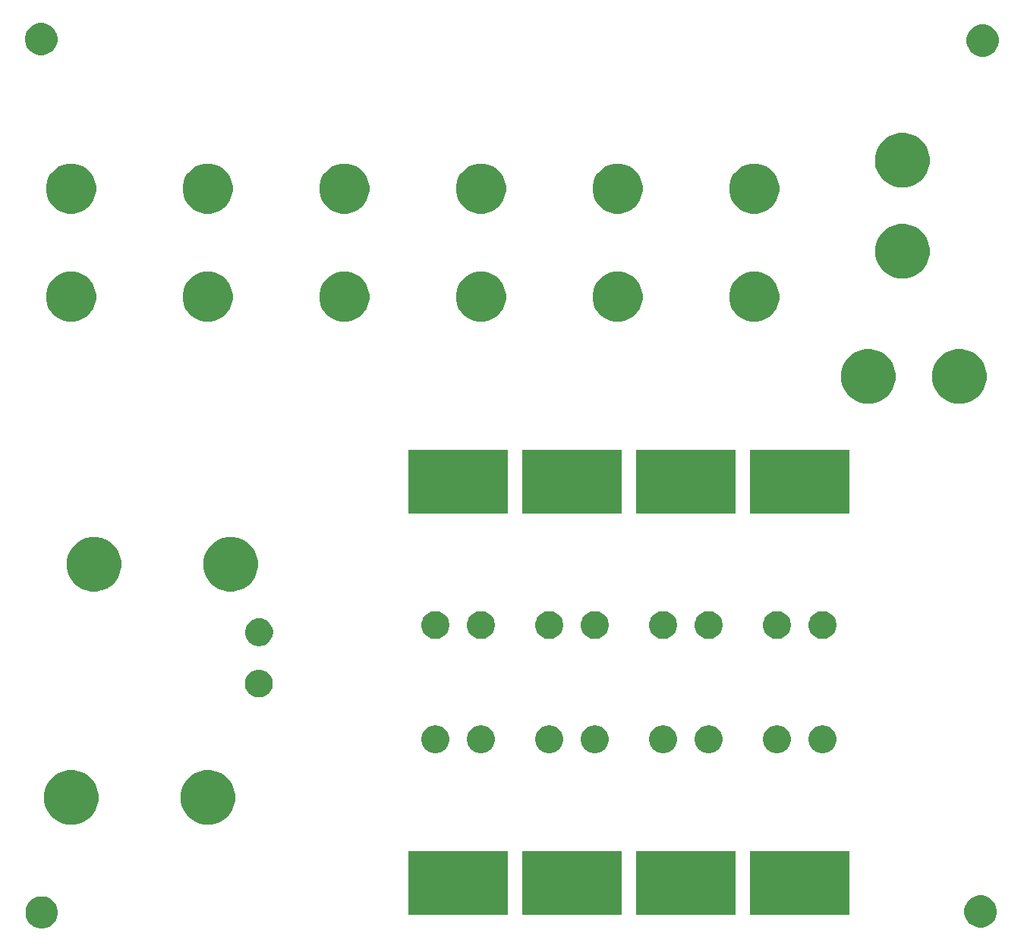
<source format=gts>
G04 #@! TF.GenerationSoftware,KiCad,Pcbnew,(5.0.2)-1*
G04 #@! TF.CreationDate,2019-05-07T10:13:45+12:00*
G04 #@! TF.ProjectId,power selector,706f7765-7220-4736-956c-6563746f722e,rev?*
G04 #@! TF.SameCoordinates,Original*
G04 #@! TF.FileFunction,Soldermask,Top*
G04 #@! TF.FilePolarity,Negative*
%FSLAX46Y46*%
G04 Gerber Fmt 4.6, Leading zero omitted, Abs format (unit mm)*
G04 Created by KiCad (PCBNEW (5.0.2)-1) date 7/05/2019 10:13:45 AM*
%MOMM*%
%LPD*%
G01*
G04 APERTURE LIST*
%ADD10C,0.150000*%
G04 APERTURE END LIST*
D10*
G36*
X75985331Y-125418211D02*
X76313092Y-125553974D01*
X76608073Y-125751074D01*
X76858926Y-126001927D01*
X77056026Y-126296908D01*
X77191789Y-126624669D01*
X77261000Y-126972616D01*
X77261000Y-127327384D01*
X77191789Y-127675331D01*
X77056026Y-128003092D01*
X76858926Y-128298073D01*
X76608073Y-128548926D01*
X76313092Y-128746026D01*
X75985331Y-128881789D01*
X75637384Y-128951000D01*
X75282616Y-128951000D01*
X74934669Y-128881789D01*
X74606908Y-128746026D01*
X74311927Y-128548926D01*
X74061074Y-128298073D01*
X73863974Y-128003092D01*
X73728211Y-127675331D01*
X73659000Y-127327384D01*
X73659000Y-126972616D01*
X73728211Y-126624669D01*
X73863974Y-126296908D01*
X74061074Y-126001927D01*
X74311927Y-125751074D01*
X74606908Y-125553974D01*
X74934669Y-125418211D01*
X75282616Y-125349000D01*
X75637384Y-125349000D01*
X75985331Y-125418211D01*
X75985331Y-125418211D01*
G37*
G36*
X180705331Y-125308211D02*
X181033092Y-125443974D01*
X181328073Y-125641074D01*
X181578926Y-125891927D01*
X181776026Y-126186908D01*
X181911789Y-126514669D01*
X181981000Y-126862616D01*
X181981000Y-127217384D01*
X181911789Y-127565331D01*
X181776026Y-127893092D01*
X181578926Y-128188073D01*
X181328073Y-128438926D01*
X181033092Y-128636026D01*
X180705331Y-128771789D01*
X180357384Y-128841000D01*
X180002616Y-128841000D01*
X179654669Y-128771789D01*
X179326908Y-128636026D01*
X179031927Y-128438926D01*
X178781074Y-128188073D01*
X178583974Y-127893092D01*
X178448211Y-127565331D01*
X178379000Y-127217384D01*
X178379000Y-126862616D01*
X178448211Y-126514669D01*
X178583974Y-126186908D01*
X178781074Y-125891927D01*
X179031927Y-125641074D01*
X179326908Y-125443974D01*
X179654669Y-125308211D01*
X180002616Y-125239000D01*
X180357384Y-125239000D01*
X180705331Y-125308211D01*
X180705331Y-125308211D01*
G37*
G36*
X127471000Y-127376000D02*
X116369000Y-127376000D01*
X116369000Y-120274000D01*
X127471000Y-120274000D01*
X127471000Y-127376000D01*
X127471000Y-127376000D01*
G37*
G36*
X152871000Y-127376000D02*
X141769000Y-127376000D01*
X141769000Y-120274000D01*
X152871000Y-120274000D01*
X152871000Y-127376000D01*
X152871000Y-127376000D01*
G37*
G36*
X165571000Y-127376000D02*
X154469000Y-127376000D01*
X154469000Y-120274000D01*
X165571000Y-120274000D01*
X165571000Y-127376000D01*
X165571000Y-127376000D01*
G37*
G36*
X140171000Y-127376000D02*
X129069000Y-127376000D01*
X129069000Y-120274000D01*
X140171000Y-120274000D01*
X140171000Y-127376000D01*
X140171000Y-127376000D01*
G37*
G36*
X94869941Y-111366248D02*
X94869943Y-111366249D01*
X94869944Y-111366249D01*
X95425190Y-111596239D01*
X95425191Y-111596240D01*
X95924902Y-111930136D01*
X96349864Y-112355098D01*
X96349866Y-112355101D01*
X96683761Y-112854810D01*
X96913751Y-113410056D01*
X97031000Y-113999503D01*
X97031000Y-114600497D01*
X96913751Y-115189944D01*
X96683761Y-115745190D01*
X96683760Y-115745191D01*
X96349864Y-116244902D01*
X95924902Y-116669864D01*
X95924899Y-116669866D01*
X95425190Y-117003761D01*
X94869944Y-117233751D01*
X94869943Y-117233751D01*
X94869941Y-117233752D01*
X94280499Y-117351000D01*
X93679501Y-117351000D01*
X93090059Y-117233752D01*
X93090057Y-117233751D01*
X93090056Y-117233751D01*
X92534810Y-117003761D01*
X92035101Y-116669866D01*
X92035098Y-116669864D01*
X91610136Y-116244902D01*
X91276240Y-115745191D01*
X91276239Y-115745190D01*
X91046249Y-115189944D01*
X90929000Y-114600497D01*
X90929000Y-113999503D01*
X91046249Y-113410056D01*
X91276239Y-112854810D01*
X91610134Y-112355101D01*
X91610136Y-112355098D01*
X92035098Y-111930136D01*
X92534809Y-111596240D01*
X92534810Y-111596239D01*
X93090056Y-111366249D01*
X93090057Y-111366249D01*
X93090059Y-111366248D01*
X93679501Y-111249000D01*
X94280499Y-111249000D01*
X94869941Y-111366248D01*
X94869941Y-111366248D01*
G37*
G36*
X79629941Y-111366248D02*
X79629943Y-111366249D01*
X79629944Y-111366249D01*
X80185190Y-111596239D01*
X80185191Y-111596240D01*
X80684902Y-111930136D01*
X81109864Y-112355098D01*
X81109866Y-112355101D01*
X81443761Y-112854810D01*
X81673751Y-113410056D01*
X81791000Y-113999503D01*
X81791000Y-114600497D01*
X81673751Y-115189944D01*
X81443761Y-115745190D01*
X81443760Y-115745191D01*
X81109864Y-116244902D01*
X80684902Y-116669864D01*
X80684899Y-116669866D01*
X80185190Y-117003761D01*
X79629944Y-117233751D01*
X79629943Y-117233751D01*
X79629941Y-117233752D01*
X79040499Y-117351000D01*
X78439501Y-117351000D01*
X77850059Y-117233752D01*
X77850057Y-117233751D01*
X77850056Y-117233751D01*
X77294810Y-117003761D01*
X76795101Y-116669866D01*
X76795098Y-116669864D01*
X76370136Y-116244902D01*
X76036240Y-115745191D01*
X76036239Y-115745190D01*
X75806249Y-115189944D01*
X75689000Y-114600497D01*
X75689000Y-113999503D01*
X75806249Y-113410056D01*
X76036239Y-112854810D01*
X76370134Y-112355101D01*
X76370136Y-112355098D01*
X76795098Y-111930136D01*
X77294809Y-111596240D01*
X77294810Y-111596239D01*
X77850056Y-111366249D01*
X77850057Y-111366249D01*
X77850059Y-111366248D01*
X78439501Y-111249000D01*
X79040499Y-111249000D01*
X79629941Y-111366248D01*
X79629941Y-111366248D01*
G37*
G36*
X145132527Y-106303736D02*
X145232410Y-106323604D01*
X145514674Y-106440521D01*
X145768705Y-106610259D01*
X145984741Y-106826295D01*
X146154479Y-107080326D01*
X146271396Y-107362590D01*
X146331000Y-107662240D01*
X146331000Y-107967760D01*
X146271396Y-108267410D01*
X146154479Y-108549674D01*
X145984741Y-108803705D01*
X145768705Y-109019741D01*
X145514674Y-109189479D01*
X145232410Y-109306396D01*
X145132527Y-109326264D01*
X144932762Y-109366000D01*
X144627238Y-109366000D01*
X144427473Y-109326264D01*
X144327590Y-109306396D01*
X144045326Y-109189479D01*
X143791295Y-109019741D01*
X143575259Y-108803705D01*
X143405521Y-108549674D01*
X143288604Y-108267410D01*
X143229000Y-107967760D01*
X143229000Y-107662240D01*
X143288604Y-107362590D01*
X143405521Y-107080326D01*
X143575259Y-106826295D01*
X143791295Y-106610259D01*
X144045326Y-106440521D01*
X144327590Y-106323604D01*
X144427473Y-106303736D01*
X144627238Y-106264000D01*
X144932762Y-106264000D01*
X145132527Y-106303736D01*
X145132527Y-106303736D01*
G37*
G36*
X124812527Y-106303736D02*
X124912410Y-106323604D01*
X125194674Y-106440521D01*
X125448705Y-106610259D01*
X125664741Y-106826295D01*
X125834479Y-107080326D01*
X125951396Y-107362590D01*
X126011000Y-107662240D01*
X126011000Y-107967760D01*
X125951396Y-108267410D01*
X125834479Y-108549674D01*
X125664741Y-108803705D01*
X125448705Y-109019741D01*
X125194674Y-109189479D01*
X124912410Y-109306396D01*
X124812527Y-109326264D01*
X124612762Y-109366000D01*
X124307238Y-109366000D01*
X124107473Y-109326264D01*
X124007590Y-109306396D01*
X123725326Y-109189479D01*
X123471295Y-109019741D01*
X123255259Y-108803705D01*
X123085521Y-108549674D01*
X122968604Y-108267410D01*
X122909000Y-107967760D01*
X122909000Y-107662240D01*
X122968604Y-107362590D01*
X123085521Y-107080326D01*
X123255259Y-106826295D01*
X123471295Y-106610259D01*
X123725326Y-106440521D01*
X124007590Y-106323604D01*
X124107473Y-106303736D01*
X124307238Y-106264000D01*
X124612762Y-106264000D01*
X124812527Y-106303736D01*
X124812527Y-106303736D01*
G37*
G36*
X119732527Y-106303736D02*
X119832410Y-106323604D01*
X120114674Y-106440521D01*
X120368705Y-106610259D01*
X120584741Y-106826295D01*
X120754479Y-107080326D01*
X120871396Y-107362590D01*
X120931000Y-107662240D01*
X120931000Y-107967760D01*
X120871396Y-108267410D01*
X120754479Y-108549674D01*
X120584741Y-108803705D01*
X120368705Y-109019741D01*
X120114674Y-109189479D01*
X119832410Y-109306396D01*
X119732527Y-109326264D01*
X119532762Y-109366000D01*
X119227238Y-109366000D01*
X119027473Y-109326264D01*
X118927590Y-109306396D01*
X118645326Y-109189479D01*
X118391295Y-109019741D01*
X118175259Y-108803705D01*
X118005521Y-108549674D01*
X117888604Y-108267410D01*
X117829000Y-107967760D01*
X117829000Y-107662240D01*
X117888604Y-107362590D01*
X118005521Y-107080326D01*
X118175259Y-106826295D01*
X118391295Y-106610259D01*
X118645326Y-106440521D01*
X118927590Y-106323604D01*
X119027473Y-106303736D01*
X119227238Y-106264000D01*
X119532762Y-106264000D01*
X119732527Y-106303736D01*
X119732527Y-106303736D01*
G37*
G36*
X132432527Y-106303736D02*
X132532410Y-106323604D01*
X132814674Y-106440521D01*
X133068705Y-106610259D01*
X133284741Y-106826295D01*
X133454479Y-107080326D01*
X133571396Y-107362590D01*
X133631000Y-107662240D01*
X133631000Y-107967760D01*
X133571396Y-108267410D01*
X133454479Y-108549674D01*
X133284741Y-108803705D01*
X133068705Y-109019741D01*
X132814674Y-109189479D01*
X132532410Y-109306396D01*
X132432527Y-109326264D01*
X132232762Y-109366000D01*
X131927238Y-109366000D01*
X131727473Y-109326264D01*
X131627590Y-109306396D01*
X131345326Y-109189479D01*
X131091295Y-109019741D01*
X130875259Y-108803705D01*
X130705521Y-108549674D01*
X130588604Y-108267410D01*
X130529000Y-107967760D01*
X130529000Y-107662240D01*
X130588604Y-107362590D01*
X130705521Y-107080326D01*
X130875259Y-106826295D01*
X131091295Y-106610259D01*
X131345326Y-106440521D01*
X131627590Y-106323604D01*
X131727473Y-106303736D01*
X131927238Y-106264000D01*
X132232762Y-106264000D01*
X132432527Y-106303736D01*
X132432527Y-106303736D01*
G37*
G36*
X150212527Y-106303736D02*
X150312410Y-106323604D01*
X150594674Y-106440521D01*
X150848705Y-106610259D01*
X151064741Y-106826295D01*
X151234479Y-107080326D01*
X151351396Y-107362590D01*
X151411000Y-107662240D01*
X151411000Y-107967760D01*
X151351396Y-108267410D01*
X151234479Y-108549674D01*
X151064741Y-108803705D01*
X150848705Y-109019741D01*
X150594674Y-109189479D01*
X150312410Y-109306396D01*
X150212527Y-109326264D01*
X150012762Y-109366000D01*
X149707238Y-109366000D01*
X149507473Y-109326264D01*
X149407590Y-109306396D01*
X149125326Y-109189479D01*
X148871295Y-109019741D01*
X148655259Y-108803705D01*
X148485521Y-108549674D01*
X148368604Y-108267410D01*
X148309000Y-107967760D01*
X148309000Y-107662240D01*
X148368604Y-107362590D01*
X148485521Y-107080326D01*
X148655259Y-106826295D01*
X148871295Y-106610259D01*
X149125326Y-106440521D01*
X149407590Y-106323604D01*
X149507473Y-106303736D01*
X149707238Y-106264000D01*
X150012762Y-106264000D01*
X150212527Y-106303736D01*
X150212527Y-106303736D01*
G37*
G36*
X157832527Y-106303736D02*
X157932410Y-106323604D01*
X158214674Y-106440521D01*
X158468705Y-106610259D01*
X158684741Y-106826295D01*
X158854479Y-107080326D01*
X158971396Y-107362590D01*
X159031000Y-107662240D01*
X159031000Y-107967760D01*
X158971396Y-108267410D01*
X158854479Y-108549674D01*
X158684741Y-108803705D01*
X158468705Y-109019741D01*
X158214674Y-109189479D01*
X157932410Y-109306396D01*
X157832527Y-109326264D01*
X157632762Y-109366000D01*
X157327238Y-109366000D01*
X157127473Y-109326264D01*
X157027590Y-109306396D01*
X156745326Y-109189479D01*
X156491295Y-109019741D01*
X156275259Y-108803705D01*
X156105521Y-108549674D01*
X155988604Y-108267410D01*
X155929000Y-107967760D01*
X155929000Y-107662240D01*
X155988604Y-107362590D01*
X156105521Y-107080326D01*
X156275259Y-106826295D01*
X156491295Y-106610259D01*
X156745326Y-106440521D01*
X157027590Y-106323604D01*
X157127473Y-106303736D01*
X157327238Y-106264000D01*
X157632762Y-106264000D01*
X157832527Y-106303736D01*
X157832527Y-106303736D01*
G37*
G36*
X162912527Y-106303736D02*
X163012410Y-106323604D01*
X163294674Y-106440521D01*
X163548705Y-106610259D01*
X163764741Y-106826295D01*
X163934479Y-107080326D01*
X164051396Y-107362590D01*
X164111000Y-107662240D01*
X164111000Y-107967760D01*
X164051396Y-108267410D01*
X163934479Y-108549674D01*
X163764741Y-108803705D01*
X163548705Y-109019741D01*
X163294674Y-109189479D01*
X163012410Y-109306396D01*
X162912527Y-109326264D01*
X162712762Y-109366000D01*
X162407238Y-109366000D01*
X162207473Y-109326264D01*
X162107590Y-109306396D01*
X161825326Y-109189479D01*
X161571295Y-109019741D01*
X161355259Y-108803705D01*
X161185521Y-108549674D01*
X161068604Y-108267410D01*
X161009000Y-107967760D01*
X161009000Y-107662240D01*
X161068604Y-107362590D01*
X161185521Y-107080326D01*
X161355259Y-106826295D01*
X161571295Y-106610259D01*
X161825326Y-106440521D01*
X162107590Y-106323604D01*
X162207473Y-106303736D01*
X162407238Y-106264000D01*
X162712762Y-106264000D01*
X162912527Y-106303736D01*
X162912527Y-106303736D01*
G37*
G36*
X137512527Y-106303736D02*
X137612410Y-106323604D01*
X137894674Y-106440521D01*
X138148705Y-106610259D01*
X138364741Y-106826295D01*
X138534479Y-107080326D01*
X138651396Y-107362590D01*
X138711000Y-107662240D01*
X138711000Y-107967760D01*
X138651396Y-108267410D01*
X138534479Y-108549674D01*
X138364741Y-108803705D01*
X138148705Y-109019741D01*
X137894674Y-109189479D01*
X137612410Y-109306396D01*
X137512527Y-109326264D01*
X137312762Y-109366000D01*
X137007238Y-109366000D01*
X136807473Y-109326264D01*
X136707590Y-109306396D01*
X136425326Y-109189479D01*
X136171295Y-109019741D01*
X135955259Y-108803705D01*
X135785521Y-108549674D01*
X135668604Y-108267410D01*
X135609000Y-107967760D01*
X135609000Y-107662240D01*
X135668604Y-107362590D01*
X135785521Y-107080326D01*
X135955259Y-106826295D01*
X136171295Y-106610259D01*
X136425326Y-106440521D01*
X136707590Y-106323604D01*
X136807473Y-106303736D01*
X137007238Y-106264000D01*
X137312762Y-106264000D01*
X137512527Y-106303736D01*
X137512527Y-106303736D01*
G37*
G36*
X100047527Y-100088736D02*
X100147410Y-100108604D01*
X100429674Y-100225521D01*
X100683705Y-100395259D01*
X100899741Y-100611295D01*
X101069479Y-100865326D01*
X101186396Y-101147590D01*
X101246000Y-101447240D01*
X101246000Y-101752760D01*
X101186396Y-102052410D01*
X101069479Y-102334674D01*
X100899741Y-102588705D01*
X100683705Y-102804741D01*
X100429674Y-102974479D01*
X100147410Y-103091396D01*
X100047527Y-103111264D01*
X99847762Y-103151000D01*
X99542238Y-103151000D01*
X99342473Y-103111264D01*
X99242590Y-103091396D01*
X98960326Y-102974479D01*
X98706295Y-102804741D01*
X98490259Y-102588705D01*
X98320521Y-102334674D01*
X98203604Y-102052410D01*
X98144000Y-101752760D01*
X98144000Y-101447240D01*
X98203604Y-101147590D01*
X98320521Y-100865326D01*
X98490259Y-100611295D01*
X98706295Y-100395259D01*
X98960326Y-100225521D01*
X99242590Y-100108604D01*
X99342473Y-100088736D01*
X99542238Y-100049000D01*
X99847762Y-100049000D01*
X100047527Y-100088736D01*
X100047527Y-100088736D01*
G37*
G36*
X100057527Y-94343736D02*
X100157410Y-94363604D01*
X100439674Y-94480521D01*
X100693705Y-94650259D01*
X100909741Y-94866295D01*
X101079479Y-95120326D01*
X101123979Y-95227760D01*
X101196396Y-95402591D01*
X101256000Y-95702238D01*
X101256000Y-96007762D01*
X101216264Y-96207527D01*
X101196396Y-96307410D01*
X101079479Y-96589674D01*
X100909741Y-96843705D01*
X100693705Y-97059741D01*
X100439674Y-97229479D01*
X100157410Y-97346396D01*
X100057527Y-97366264D01*
X99857762Y-97406000D01*
X99552238Y-97406000D01*
X99352473Y-97366264D01*
X99252590Y-97346396D01*
X98970326Y-97229479D01*
X98716295Y-97059741D01*
X98500259Y-96843705D01*
X98330521Y-96589674D01*
X98213604Y-96307410D01*
X98193736Y-96207527D01*
X98154000Y-96007762D01*
X98154000Y-95702238D01*
X98213604Y-95402591D01*
X98286021Y-95227760D01*
X98330521Y-95120326D01*
X98500259Y-94866295D01*
X98716295Y-94650259D01*
X98970326Y-94480521D01*
X99252590Y-94363604D01*
X99352473Y-94343736D01*
X99552238Y-94304000D01*
X99857762Y-94304000D01*
X100057527Y-94343736D01*
X100057527Y-94343736D01*
G37*
G36*
X157832527Y-93563736D02*
X157932410Y-93583604D01*
X158214674Y-93700521D01*
X158468705Y-93870259D01*
X158684741Y-94086295D01*
X158854479Y-94340326D01*
X158912549Y-94480521D01*
X158971396Y-94622591D01*
X159019872Y-94866293D01*
X159031000Y-94922240D01*
X159031000Y-95227760D01*
X158971396Y-95527410D01*
X158854479Y-95809674D01*
X158684741Y-96063705D01*
X158468705Y-96279741D01*
X158214674Y-96449479D01*
X157932410Y-96566396D01*
X157832527Y-96586264D01*
X157632762Y-96626000D01*
X157327238Y-96626000D01*
X157127473Y-96586264D01*
X157027590Y-96566396D01*
X156745326Y-96449479D01*
X156491295Y-96279741D01*
X156275259Y-96063705D01*
X156105521Y-95809674D01*
X155988604Y-95527410D01*
X155929000Y-95227760D01*
X155929000Y-94922240D01*
X155940129Y-94866293D01*
X155988604Y-94622591D01*
X156047451Y-94480521D01*
X156105521Y-94340326D01*
X156275259Y-94086295D01*
X156491295Y-93870259D01*
X156745326Y-93700521D01*
X157027590Y-93583604D01*
X157127473Y-93563736D01*
X157327238Y-93524000D01*
X157632762Y-93524000D01*
X157832527Y-93563736D01*
X157832527Y-93563736D01*
G37*
G36*
X145132527Y-93563736D02*
X145232410Y-93583604D01*
X145514674Y-93700521D01*
X145768705Y-93870259D01*
X145984741Y-94086295D01*
X146154479Y-94340326D01*
X146212549Y-94480521D01*
X146271396Y-94622591D01*
X146319872Y-94866293D01*
X146331000Y-94922240D01*
X146331000Y-95227760D01*
X146271396Y-95527410D01*
X146154479Y-95809674D01*
X145984741Y-96063705D01*
X145768705Y-96279741D01*
X145514674Y-96449479D01*
X145232410Y-96566396D01*
X145132527Y-96586264D01*
X144932762Y-96626000D01*
X144627238Y-96626000D01*
X144427473Y-96586264D01*
X144327590Y-96566396D01*
X144045326Y-96449479D01*
X143791295Y-96279741D01*
X143575259Y-96063705D01*
X143405521Y-95809674D01*
X143288604Y-95527410D01*
X143229000Y-95227760D01*
X143229000Y-94922240D01*
X143240129Y-94866293D01*
X143288604Y-94622591D01*
X143347451Y-94480521D01*
X143405521Y-94340326D01*
X143575259Y-94086295D01*
X143791295Y-93870259D01*
X144045326Y-93700521D01*
X144327590Y-93583604D01*
X144427473Y-93563736D01*
X144627238Y-93524000D01*
X144932762Y-93524000D01*
X145132527Y-93563736D01*
X145132527Y-93563736D01*
G37*
G36*
X150212527Y-93563736D02*
X150312410Y-93583604D01*
X150594674Y-93700521D01*
X150848705Y-93870259D01*
X151064741Y-94086295D01*
X151234479Y-94340326D01*
X151292549Y-94480521D01*
X151351396Y-94622591D01*
X151399872Y-94866293D01*
X151411000Y-94922240D01*
X151411000Y-95227760D01*
X151351396Y-95527410D01*
X151234479Y-95809674D01*
X151064741Y-96063705D01*
X150848705Y-96279741D01*
X150594674Y-96449479D01*
X150312410Y-96566396D01*
X150212527Y-96586264D01*
X150012762Y-96626000D01*
X149707238Y-96626000D01*
X149507473Y-96586264D01*
X149407590Y-96566396D01*
X149125326Y-96449479D01*
X148871295Y-96279741D01*
X148655259Y-96063705D01*
X148485521Y-95809674D01*
X148368604Y-95527410D01*
X148309000Y-95227760D01*
X148309000Y-94922240D01*
X148320129Y-94866293D01*
X148368604Y-94622591D01*
X148427451Y-94480521D01*
X148485521Y-94340326D01*
X148655259Y-94086295D01*
X148871295Y-93870259D01*
X149125326Y-93700521D01*
X149407590Y-93583604D01*
X149507473Y-93563736D01*
X149707238Y-93524000D01*
X150012762Y-93524000D01*
X150212527Y-93563736D01*
X150212527Y-93563736D01*
G37*
G36*
X137512527Y-93563736D02*
X137612410Y-93583604D01*
X137894674Y-93700521D01*
X138148705Y-93870259D01*
X138364741Y-94086295D01*
X138534479Y-94340326D01*
X138592549Y-94480521D01*
X138651396Y-94622591D01*
X138699872Y-94866293D01*
X138711000Y-94922240D01*
X138711000Y-95227760D01*
X138651396Y-95527410D01*
X138534479Y-95809674D01*
X138364741Y-96063705D01*
X138148705Y-96279741D01*
X137894674Y-96449479D01*
X137612410Y-96566396D01*
X137512527Y-96586264D01*
X137312762Y-96626000D01*
X137007238Y-96626000D01*
X136807473Y-96586264D01*
X136707590Y-96566396D01*
X136425326Y-96449479D01*
X136171295Y-96279741D01*
X135955259Y-96063705D01*
X135785521Y-95809674D01*
X135668604Y-95527410D01*
X135609000Y-95227760D01*
X135609000Y-94922240D01*
X135620129Y-94866293D01*
X135668604Y-94622591D01*
X135727451Y-94480521D01*
X135785521Y-94340326D01*
X135955259Y-94086295D01*
X136171295Y-93870259D01*
X136425326Y-93700521D01*
X136707590Y-93583604D01*
X136807473Y-93563736D01*
X137007238Y-93524000D01*
X137312762Y-93524000D01*
X137512527Y-93563736D01*
X137512527Y-93563736D01*
G37*
G36*
X119732527Y-93563736D02*
X119832410Y-93583604D01*
X120114674Y-93700521D01*
X120368705Y-93870259D01*
X120584741Y-94086295D01*
X120754479Y-94340326D01*
X120812549Y-94480521D01*
X120871396Y-94622591D01*
X120919872Y-94866293D01*
X120931000Y-94922240D01*
X120931000Y-95227760D01*
X120871396Y-95527410D01*
X120754479Y-95809674D01*
X120584741Y-96063705D01*
X120368705Y-96279741D01*
X120114674Y-96449479D01*
X119832410Y-96566396D01*
X119732527Y-96586264D01*
X119532762Y-96626000D01*
X119227238Y-96626000D01*
X119027473Y-96586264D01*
X118927590Y-96566396D01*
X118645326Y-96449479D01*
X118391295Y-96279741D01*
X118175259Y-96063705D01*
X118005521Y-95809674D01*
X117888604Y-95527410D01*
X117829000Y-95227760D01*
X117829000Y-94922240D01*
X117840129Y-94866293D01*
X117888604Y-94622591D01*
X117947451Y-94480521D01*
X118005521Y-94340326D01*
X118175259Y-94086295D01*
X118391295Y-93870259D01*
X118645326Y-93700521D01*
X118927590Y-93583604D01*
X119027473Y-93563736D01*
X119227238Y-93524000D01*
X119532762Y-93524000D01*
X119732527Y-93563736D01*
X119732527Y-93563736D01*
G37*
G36*
X124812527Y-93563736D02*
X124912410Y-93583604D01*
X125194674Y-93700521D01*
X125448705Y-93870259D01*
X125664741Y-94086295D01*
X125834479Y-94340326D01*
X125892549Y-94480521D01*
X125951396Y-94622591D01*
X125999872Y-94866293D01*
X126011000Y-94922240D01*
X126011000Y-95227760D01*
X125951396Y-95527410D01*
X125834479Y-95809674D01*
X125664741Y-96063705D01*
X125448705Y-96279741D01*
X125194674Y-96449479D01*
X124912410Y-96566396D01*
X124812527Y-96586264D01*
X124612762Y-96626000D01*
X124307238Y-96626000D01*
X124107473Y-96586264D01*
X124007590Y-96566396D01*
X123725326Y-96449479D01*
X123471295Y-96279741D01*
X123255259Y-96063705D01*
X123085521Y-95809674D01*
X122968604Y-95527410D01*
X122909000Y-95227760D01*
X122909000Y-94922240D01*
X122920129Y-94866293D01*
X122968604Y-94622591D01*
X123027451Y-94480521D01*
X123085521Y-94340326D01*
X123255259Y-94086295D01*
X123471295Y-93870259D01*
X123725326Y-93700521D01*
X124007590Y-93583604D01*
X124107473Y-93563736D01*
X124307238Y-93524000D01*
X124612762Y-93524000D01*
X124812527Y-93563736D01*
X124812527Y-93563736D01*
G37*
G36*
X162912527Y-93563736D02*
X163012410Y-93583604D01*
X163294674Y-93700521D01*
X163548705Y-93870259D01*
X163764741Y-94086295D01*
X163934479Y-94340326D01*
X163992549Y-94480521D01*
X164051396Y-94622591D01*
X164099872Y-94866293D01*
X164111000Y-94922240D01*
X164111000Y-95227760D01*
X164051396Y-95527410D01*
X163934479Y-95809674D01*
X163764741Y-96063705D01*
X163548705Y-96279741D01*
X163294674Y-96449479D01*
X163012410Y-96566396D01*
X162912527Y-96586264D01*
X162712762Y-96626000D01*
X162407238Y-96626000D01*
X162207473Y-96586264D01*
X162107590Y-96566396D01*
X161825326Y-96449479D01*
X161571295Y-96279741D01*
X161355259Y-96063705D01*
X161185521Y-95809674D01*
X161068604Y-95527410D01*
X161009000Y-95227760D01*
X161009000Y-94922240D01*
X161020129Y-94866293D01*
X161068604Y-94622591D01*
X161127451Y-94480521D01*
X161185521Y-94340326D01*
X161355259Y-94086295D01*
X161571295Y-93870259D01*
X161825326Y-93700521D01*
X162107590Y-93583604D01*
X162207473Y-93563736D01*
X162407238Y-93524000D01*
X162712762Y-93524000D01*
X162912527Y-93563736D01*
X162912527Y-93563736D01*
G37*
G36*
X132432527Y-93563736D02*
X132532410Y-93583604D01*
X132814674Y-93700521D01*
X133068705Y-93870259D01*
X133284741Y-94086295D01*
X133454479Y-94340326D01*
X133512549Y-94480521D01*
X133571396Y-94622591D01*
X133619872Y-94866293D01*
X133631000Y-94922240D01*
X133631000Y-95227760D01*
X133571396Y-95527410D01*
X133454479Y-95809674D01*
X133284741Y-96063705D01*
X133068705Y-96279741D01*
X132814674Y-96449479D01*
X132532410Y-96566396D01*
X132432527Y-96586264D01*
X132232762Y-96626000D01*
X131927238Y-96626000D01*
X131727473Y-96586264D01*
X131627590Y-96566396D01*
X131345326Y-96449479D01*
X131091295Y-96279741D01*
X130875259Y-96063705D01*
X130705521Y-95809674D01*
X130588604Y-95527410D01*
X130529000Y-95227760D01*
X130529000Y-94922240D01*
X130540129Y-94866293D01*
X130588604Y-94622591D01*
X130647451Y-94480521D01*
X130705521Y-94340326D01*
X130875259Y-94086295D01*
X131091295Y-93870259D01*
X131345326Y-93700521D01*
X131627590Y-93583604D01*
X131727473Y-93563736D01*
X131927238Y-93524000D01*
X132232762Y-93524000D01*
X132432527Y-93563736D01*
X132432527Y-93563736D01*
G37*
G36*
X82169941Y-85331248D02*
X82169943Y-85331249D01*
X82169944Y-85331249D01*
X82725190Y-85561239D01*
X82725191Y-85561240D01*
X83224902Y-85895136D01*
X83649864Y-86320098D01*
X83649866Y-86320101D01*
X83983761Y-86819810D01*
X84213751Y-87375056D01*
X84331000Y-87964503D01*
X84331000Y-88565497D01*
X84213751Y-89154944D01*
X83983761Y-89710190D01*
X83983760Y-89710191D01*
X83649864Y-90209902D01*
X83224902Y-90634864D01*
X83224899Y-90634866D01*
X82725190Y-90968761D01*
X82169944Y-91198751D01*
X82169943Y-91198751D01*
X82169941Y-91198752D01*
X81580499Y-91316000D01*
X80979501Y-91316000D01*
X80390059Y-91198752D01*
X80390057Y-91198751D01*
X80390056Y-91198751D01*
X79834810Y-90968761D01*
X79335101Y-90634866D01*
X79335098Y-90634864D01*
X78910136Y-90209902D01*
X78576240Y-89710191D01*
X78576239Y-89710190D01*
X78346249Y-89154944D01*
X78229000Y-88565497D01*
X78229000Y-87964503D01*
X78346249Y-87375056D01*
X78576239Y-86819810D01*
X78910134Y-86320101D01*
X78910136Y-86320098D01*
X79335098Y-85895136D01*
X79834809Y-85561240D01*
X79834810Y-85561239D01*
X80390056Y-85331249D01*
X80390057Y-85331249D01*
X80390059Y-85331248D01*
X80979501Y-85214000D01*
X81580499Y-85214000D01*
X82169941Y-85331248D01*
X82169941Y-85331248D01*
G37*
G36*
X97409941Y-85331248D02*
X97409943Y-85331249D01*
X97409944Y-85331249D01*
X97965190Y-85561239D01*
X97965191Y-85561240D01*
X98464902Y-85895136D01*
X98889864Y-86320098D01*
X98889866Y-86320101D01*
X99223761Y-86819810D01*
X99453751Y-87375056D01*
X99571000Y-87964503D01*
X99571000Y-88565497D01*
X99453751Y-89154944D01*
X99223761Y-89710190D01*
X99223760Y-89710191D01*
X98889864Y-90209902D01*
X98464902Y-90634864D01*
X98464899Y-90634866D01*
X97965190Y-90968761D01*
X97409944Y-91198751D01*
X97409943Y-91198751D01*
X97409941Y-91198752D01*
X96820499Y-91316000D01*
X96219501Y-91316000D01*
X95630059Y-91198752D01*
X95630057Y-91198751D01*
X95630056Y-91198751D01*
X95074810Y-90968761D01*
X94575101Y-90634866D01*
X94575098Y-90634864D01*
X94150136Y-90209902D01*
X93816240Y-89710191D01*
X93816239Y-89710190D01*
X93586249Y-89154944D01*
X93469000Y-88565497D01*
X93469000Y-87964503D01*
X93586249Y-87375056D01*
X93816239Y-86819810D01*
X94150134Y-86320101D01*
X94150136Y-86320098D01*
X94575098Y-85895136D01*
X95074809Y-85561240D01*
X95074810Y-85561239D01*
X95630056Y-85331249D01*
X95630057Y-85331249D01*
X95630059Y-85331248D01*
X96219501Y-85214000D01*
X96820499Y-85214000D01*
X97409941Y-85331248D01*
X97409941Y-85331248D01*
G37*
G36*
X165571000Y-82616000D02*
X154469000Y-82616000D01*
X154469000Y-75514000D01*
X165571000Y-75514000D01*
X165571000Y-82616000D01*
X165571000Y-82616000D01*
G37*
G36*
X127471000Y-82616000D02*
X116369000Y-82616000D01*
X116369000Y-75514000D01*
X127471000Y-75514000D01*
X127471000Y-82616000D01*
X127471000Y-82616000D01*
G37*
G36*
X152871000Y-82616000D02*
X141769000Y-82616000D01*
X141769000Y-75514000D01*
X152871000Y-75514000D01*
X152871000Y-82616000D01*
X152871000Y-82616000D01*
G37*
G36*
X140171000Y-82616000D02*
X129069000Y-82616000D01*
X129069000Y-75514000D01*
X140171000Y-75514000D01*
X140171000Y-82616000D01*
X140171000Y-82616000D01*
G37*
G36*
X178689941Y-64376248D02*
X178689943Y-64376249D01*
X178689944Y-64376249D01*
X179245190Y-64606239D01*
X179245191Y-64606240D01*
X179744902Y-64940136D01*
X180169864Y-65365098D01*
X180169866Y-65365101D01*
X180503761Y-65864810D01*
X180733751Y-66420056D01*
X180851000Y-67009503D01*
X180851000Y-67610497D01*
X180733751Y-68199944D01*
X180503761Y-68755190D01*
X180503760Y-68755191D01*
X180169864Y-69254902D01*
X179744902Y-69679864D01*
X179744899Y-69679866D01*
X179245190Y-70013761D01*
X178689944Y-70243751D01*
X178689943Y-70243751D01*
X178689941Y-70243752D01*
X178100499Y-70361000D01*
X177499501Y-70361000D01*
X176910059Y-70243752D01*
X176910057Y-70243751D01*
X176910056Y-70243751D01*
X176354810Y-70013761D01*
X175855101Y-69679866D01*
X175855098Y-69679864D01*
X175430136Y-69254902D01*
X175096240Y-68755191D01*
X175096239Y-68755190D01*
X174866249Y-68199944D01*
X174749000Y-67610497D01*
X174749000Y-67009503D01*
X174866249Y-66420056D01*
X175096239Y-65864810D01*
X175430134Y-65365101D01*
X175430136Y-65365098D01*
X175855098Y-64940136D01*
X176354809Y-64606240D01*
X176354810Y-64606239D01*
X176910056Y-64376249D01*
X176910057Y-64376249D01*
X176910059Y-64376248D01*
X177499501Y-64259000D01*
X178100499Y-64259000D01*
X178689941Y-64376248D01*
X178689941Y-64376248D01*
G37*
G36*
X168529941Y-64376248D02*
X168529943Y-64376249D01*
X168529944Y-64376249D01*
X169085190Y-64606239D01*
X169085191Y-64606240D01*
X169584902Y-64940136D01*
X170009864Y-65365098D01*
X170009866Y-65365101D01*
X170343761Y-65864810D01*
X170573751Y-66420056D01*
X170691000Y-67009503D01*
X170691000Y-67610497D01*
X170573751Y-68199944D01*
X170343761Y-68755190D01*
X170343760Y-68755191D01*
X170009864Y-69254902D01*
X169584902Y-69679864D01*
X169584899Y-69679866D01*
X169085190Y-70013761D01*
X168529944Y-70243751D01*
X168529943Y-70243751D01*
X168529941Y-70243752D01*
X167940499Y-70361000D01*
X167339501Y-70361000D01*
X166750059Y-70243752D01*
X166750057Y-70243751D01*
X166750056Y-70243751D01*
X166194810Y-70013761D01*
X165695101Y-69679866D01*
X165695098Y-69679864D01*
X165270136Y-69254902D01*
X164936240Y-68755191D01*
X164936239Y-68755190D01*
X164706249Y-68199944D01*
X164589000Y-67610497D01*
X164589000Y-67009503D01*
X164706249Y-66420056D01*
X164936239Y-65864810D01*
X165270134Y-65365101D01*
X165270136Y-65365098D01*
X165695098Y-64940136D01*
X166194809Y-64606240D01*
X166194810Y-64606239D01*
X166750056Y-64376249D01*
X166750057Y-64376249D01*
X166750059Y-64376248D01*
X167339501Y-64259000D01*
X167940499Y-64259000D01*
X168529941Y-64376248D01*
X168529941Y-64376248D01*
G37*
G36*
X140517021Y-55726640D02*
X141026770Y-55937785D01*
X141026771Y-55937786D01*
X141485534Y-56244321D01*
X141875679Y-56634466D01*
X142080036Y-56940308D01*
X142182215Y-57093230D01*
X142393360Y-57602979D01*
X142501000Y-58144124D01*
X142501000Y-58695876D01*
X142393360Y-59237021D01*
X142182215Y-59746770D01*
X142182214Y-59746771D01*
X141875679Y-60205534D01*
X141485534Y-60595679D01*
X141179692Y-60800036D01*
X141026770Y-60902215D01*
X140517021Y-61113360D01*
X139975876Y-61221000D01*
X139424124Y-61221000D01*
X138882979Y-61113360D01*
X138373230Y-60902215D01*
X138220308Y-60800036D01*
X137914466Y-60595679D01*
X137524321Y-60205534D01*
X137217786Y-59746771D01*
X137217785Y-59746770D01*
X137006640Y-59237021D01*
X136899000Y-58695876D01*
X136899000Y-58144124D01*
X137006640Y-57602979D01*
X137217785Y-57093230D01*
X137319964Y-56940308D01*
X137524321Y-56634466D01*
X137914466Y-56244321D01*
X138373229Y-55937786D01*
X138373230Y-55937785D01*
X138882979Y-55726640D01*
X139424124Y-55619000D01*
X139975876Y-55619000D01*
X140517021Y-55726640D01*
X140517021Y-55726640D01*
G37*
G36*
X79557021Y-55726640D02*
X80066770Y-55937785D01*
X80066771Y-55937786D01*
X80525534Y-56244321D01*
X80915679Y-56634466D01*
X81120036Y-56940308D01*
X81222215Y-57093230D01*
X81433360Y-57602979D01*
X81541000Y-58144124D01*
X81541000Y-58695876D01*
X81433360Y-59237021D01*
X81222215Y-59746770D01*
X81222214Y-59746771D01*
X80915679Y-60205534D01*
X80525534Y-60595679D01*
X80219692Y-60800036D01*
X80066770Y-60902215D01*
X79557021Y-61113360D01*
X79015876Y-61221000D01*
X78464124Y-61221000D01*
X77922979Y-61113360D01*
X77413230Y-60902215D01*
X77260308Y-60800036D01*
X76954466Y-60595679D01*
X76564321Y-60205534D01*
X76257786Y-59746771D01*
X76257785Y-59746770D01*
X76046640Y-59237021D01*
X75939000Y-58695876D01*
X75939000Y-58144124D01*
X76046640Y-57602979D01*
X76257785Y-57093230D01*
X76359964Y-56940308D01*
X76564321Y-56634466D01*
X76954466Y-56244321D01*
X77413229Y-55937786D01*
X77413230Y-55937785D01*
X77922979Y-55726640D01*
X78464124Y-55619000D01*
X79015876Y-55619000D01*
X79557021Y-55726640D01*
X79557021Y-55726640D01*
G37*
G36*
X94797021Y-55726640D02*
X95306770Y-55937785D01*
X95306771Y-55937786D01*
X95765534Y-56244321D01*
X96155679Y-56634466D01*
X96360036Y-56940308D01*
X96462215Y-57093230D01*
X96673360Y-57602979D01*
X96781000Y-58144124D01*
X96781000Y-58695876D01*
X96673360Y-59237021D01*
X96462215Y-59746770D01*
X96462214Y-59746771D01*
X96155679Y-60205534D01*
X95765534Y-60595679D01*
X95459692Y-60800036D01*
X95306770Y-60902215D01*
X94797021Y-61113360D01*
X94255876Y-61221000D01*
X93704124Y-61221000D01*
X93162979Y-61113360D01*
X92653230Y-60902215D01*
X92500308Y-60800036D01*
X92194466Y-60595679D01*
X91804321Y-60205534D01*
X91497786Y-59746771D01*
X91497785Y-59746770D01*
X91286640Y-59237021D01*
X91179000Y-58695876D01*
X91179000Y-58144124D01*
X91286640Y-57602979D01*
X91497785Y-57093230D01*
X91599964Y-56940308D01*
X91804321Y-56634466D01*
X92194466Y-56244321D01*
X92653229Y-55937786D01*
X92653230Y-55937785D01*
X93162979Y-55726640D01*
X93704124Y-55619000D01*
X94255876Y-55619000D01*
X94797021Y-55726640D01*
X94797021Y-55726640D01*
G37*
G36*
X110037021Y-55726640D02*
X110546770Y-55937785D01*
X110546771Y-55937786D01*
X111005534Y-56244321D01*
X111395679Y-56634466D01*
X111600036Y-56940308D01*
X111702215Y-57093230D01*
X111913360Y-57602979D01*
X112021000Y-58144124D01*
X112021000Y-58695876D01*
X111913360Y-59237021D01*
X111702215Y-59746770D01*
X111702214Y-59746771D01*
X111395679Y-60205534D01*
X111005534Y-60595679D01*
X110699692Y-60800036D01*
X110546770Y-60902215D01*
X110037021Y-61113360D01*
X109495876Y-61221000D01*
X108944124Y-61221000D01*
X108402979Y-61113360D01*
X107893230Y-60902215D01*
X107740308Y-60800036D01*
X107434466Y-60595679D01*
X107044321Y-60205534D01*
X106737786Y-59746771D01*
X106737785Y-59746770D01*
X106526640Y-59237021D01*
X106419000Y-58695876D01*
X106419000Y-58144124D01*
X106526640Y-57602979D01*
X106737785Y-57093230D01*
X106839964Y-56940308D01*
X107044321Y-56634466D01*
X107434466Y-56244321D01*
X107893229Y-55937786D01*
X107893230Y-55937785D01*
X108402979Y-55726640D01*
X108944124Y-55619000D01*
X109495876Y-55619000D01*
X110037021Y-55726640D01*
X110037021Y-55726640D01*
G37*
G36*
X155757021Y-55726640D02*
X156266770Y-55937785D01*
X156266771Y-55937786D01*
X156725534Y-56244321D01*
X157115679Y-56634466D01*
X157320036Y-56940308D01*
X157422215Y-57093230D01*
X157633360Y-57602979D01*
X157741000Y-58144124D01*
X157741000Y-58695876D01*
X157633360Y-59237021D01*
X157422215Y-59746770D01*
X157422214Y-59746771D01*
X157115679Y-60205534D01*
X156725534Y-60595679D01*
X156419692Y-60800036D01*
X156266770Y-60902215D01*
X155757021Y-61113360D01*
X155215876Y-61221000D01*
X154664124Y-61221000D01*
X154122979Y-61113360D01*
X153613230Y-60902215D01*
X153460308Y-60800036D01*
X153154466Y-60595679D01*
X152764321Y-60205534D01*
X152457786Y-59746771D01*
X152457785Y-59746770D01*
X152246640Y-59237021D01*
X152139000Y-58695876D01*
X152139000Y-58144124D01*
X152246640Y-57602979D01*
X152457785Y-57093230D01*
X152559964Y-56940308D01*
X152764321Y-56634466D01*
X153154466Y-56244321D01*
X153613229Y-55937786D01*
X153613230Y-55937785D01*
X154122979Y-55726640D01*
X154664124Y-55619000D01*
X155215876Y-55619000D01*
X155757021Y-55726640D01*
X155757021Y-55726640D01*
G37*
G36*
X125277021Y-55726640D02*
X125786770Y-55937785D01*
X125786771Y-55937786D01*
X126245534Y-56244321D01*
X126635679Y-56634466D01*
X126840036Y-56940308D01*
X126942215Y-57093230D01*
X127153360Y-57602979D01*
X127261000Y-58144124D01*
X127261000Y-58695876D01*
X127153360Y-59237021D01*
X126942215Y-59746770D01*
X126942214Y-59746771D01*
X126635679Y-60205534D01*
X126245534Y-60595679D01*
X125939692Y-60800036D01*
X125786770Y-60902215D01*
X125277021Y-61113360D01*
X124735876Y-61221000D01*
X124184124Y-61221000D01*
X123642979Y-61113360D01*
X123133230Y-60902215D01*
X122980308Y-60800036D01*
X122674466Y-60595679D01*
X122284321Y-60205534D01*
X121977786Y-59746771D01*
X121977785Y-59746770D01*
X121766640Y-59237021D01*
X121659000Y-58695876D01*
X121659000Y-58144124D01*
X121766640Y-57602979D01*
X121977785Y-57093230D01*
X122079964Y-56940308D01*
X122284321Y-56634466D01*
X122674466Y-56244321D01*
X123133229Y-55937786D01*
X123133230Y-55937785D01*
X123642979Y-55726640D01*
X124184124Y-55619000D01*
X124735876Y-55619000D01*
X125277021Y-55726640D01*
X125277021Y-55726640D01*
G37*
G36*
X172339941Y-50406248D02*
X172339943Y-50406249D01*
X172339944Y-50406249D01*
X172895190Y-50636239D01*
X172895191Y-50636240D01*
X173394902Y-50970136D01*
X173819864Y-51395098D01*
X173819866Y-51395101D01*
X174153761Y-51894810D01*
X174383751Y-52450056D01*
X174501000Y-53039503D01*
X174501000Y-53640497D01*
X174383751Y-54229944D01*
X174153761Y-54785190D01*
X174153760Y-54785191D01*
X173819864Y-55284902D01*
X173394902Y-55709864D01*
X173394899Y-55709866D01*
X172895190Y-56043761D01*
X172339944Y-56273751D01*
X172339943Y-56273751D01*
X172339941Y-56273752D01*
X171750499Y-56391000D01*
X171149501Y-56391000D01*
X170560059Y-56273752D01*
X170560057Y-56273751D01*
X170560056Y-56273751D01*
X170004810Y-56043761D01*
X169505101Y-55709866D01*
X169505098Y-55709864D01*
X169080136Y-55284902D01*
X168746240Y-54785191D01*
X168746239Y-54785190D01*
X168516249Y-54229944D01*
X168399000Y-53640497D01*
X168399000Y-53039503D01*
X168516249Y-52450056D01*
X168746239Y-51894810D01*
X169080134Y-51395101D01*
X169080136Y-51395098D01*
X169505098Y-50970136D01*
X170004809Y-50636240D01*
X170004810Y-50636239D01*
X170560056Y-50406249D01*
X170560057Y-50406249D01*
X170560059Y-50406248D01*
X171149501Y-50289000D01*
X171750499Y-50289000D01*
X172339941Y-50406248D01*
X172339941Y-50406248D01*
G37*
G36*
X125277021Y-43661640D02*
X125786770Y-43872785D01*
X125786771Y-43872786D01*
X126245534Y-44179321D01*
X126635679Y-44569466D01*
X126672913Y-44625191D01*
X126942215Y-45028230D01*
X127153360Y-45537979D01*
X127261000Y-46079124D01*
X127261000Y-46630876D01*
X127153360Y-47172021D01*
X126942215Y-47681770D01*
X126942214Y-47681771D01*
X126635679Y-48140534D01*
X126245534Y-48530679D01*
X125939692Y-48735036D01*
X125786770Y-48837215D01*
X125277021Y-49048360D01*
X124735876Y-49156000D01*
X124184124Y-49156000D01*
X123642979Y-49048360D01*
X123133230Y-48837215D01*
X122980308Y-48735036D01*
X122674466Y-48530679D01*
X122284321Y-48140534D01*
X121977786Y-47681771D01*
X121977785Y-47681770D01*
X121766640Y-47172021D01*
X121659000Y-46630876D01*
X121659000Y-46079124D01*
X121766640Y-45537979D01*
X121977785Y-45028230D01*
X122247087Y-44625191D01*
X122284321Y-44569466D01*
X122674466Y-44179321D01*
X123133229Y-43872786D01*
X123133230Y-43872785D01*
X123642979Y-43661640D01*
X124184124Y-43554000D01*
X124735876Y-43554000D01*
X125277021Y-43661640D01*
X125277021Y-43661640D01*
G37*
G36*
X155757021Y-43661640D02*
X156266770Y-43872785D01*
X156266771Y-43872786D01*
X156725534Y-44179321D01*
X157115679Y-44569466D01*
X157152913Y-44625191D01*
X157422215Y-45028230D01*
X157633360Y-45537979D01*
X157741000Y-46079124D01*
X157741000Y-46630876D01*
X157633360Y-47172021D01*
X157422215Y-47681770D01*
X157422214Y-47681771D01*
X157115679Y-48140534D01*
X156725534Y-48530679D01*
X156419692Y-48735036D01*
X156266770Y-48837215D01*
X155757021Y-49048360D01*
X155215876Y-49156000D01*
X154664124Y-49156000D01*
X154122979Y-49048360D01*
X153613230Y-48837215D01*
X153460308Y-48735036D01*
X153154466Y-48530679D01*
X152764321Y-48140534D01*
X152457786Y-47681771D01*
X152457785Y-47681770D01*
X152246640Y-47172021D01*
X152139000Y-46630876D01*
X152139000Y-46079124D01*
X152246640Y-45537979D01*
X152457785Y-45028230D01*
X152727087Y-44625191D01*
X152764321Y-44569466D01*
X153154466Y-44179321D01*
X153613229Y-43872786D01*
X153613230Y-43872785D01*
X154122979Y-43661640D01*
X154664124Y-43554000D01*
X155215876Y-43554000D01*
X155757021Y-43661640D01*
X155757021Y-43661640D01*
G37*
G36*
X140517021Y-43661640D02*
X141026770Y-43872785D01*
X141026771Y-43872786D01*
X141485534Y-44179321D01*
X141875679Y-44569466D01*
X141912913Y-44625191D01*
X142182215Y-45028230D01*
X142393360Y-45537979D01*
X142501000Y-46079124D01*
X142501000Y-46630876D01*
X142393360Y-47172021D01*
X142182215Y-47681770D01*
X142182214Y-47681771D01*
X141875679Y-48140534D01*
X141485534Y-48530679D01*
X141179692Y-48735036D01*
X141026770Y-48837215D01*
X140517021Y-49048360D01*
X139975876Y-49156000D01*
X139424124Y-49156000D01*
X138882979Y-49048360D01*
X138373230Y-48837215D01*
X138220308Y-48735036D01*
X137914466Y-48530679D01*
X137524321Y-48140534D01*
X137217786Y-47681771D01*
X137217785Y-47681770D01*
X137006640Y-47172021D01*
X136899000Y-46630876D01*
X136899000Y-46079124D01*
X137006640Y-45537979D01*
X137217785Y-45028230D01*
X137487087Y-44625191D01*
X137524321Y-44569466D01*
X137914466Y-44179321D01*
X138373229Y-43872786D01*
X138373230Y-43872785D01*
X138882979Y-43661640D01*
X139424124Y-43554000D01*
X139975876Y-43554000D01*
X140517021Y-43661640D01*
X140517021Y-43661640D01*
G37*
G36*
X110037021Y-43661640D02*
X110546770Y-43872785D01*
X110546771Y-43872786D01*
X111005534Y-44179321D01*
X111395679Y-44569466D01*
X111432913Y-44625191D01*
X111702215Y-45028230D01*
X111913360Y-45537979D01*
X112021000Y-46079124D01*
X112021000Y-46630876D01*
X111913360Y-47172021D01*
X111702215Y-47681770D01*
X111702214Y-47681771D01*
X111395679Y-48140534D01*
X111005534Y-48530679D01*
X110699692Y-48735036D01*
X110546770Y-48837215D01*
X110037021Y-49048360D01*
X109495876Y-49156000D01*
X108944124Y-49156000D01*
X108402979Y-49048360D01*
X107893230Y-48837215D01*
X107740308Y-48735036D01*
X107434466Y-48530679D01*
X107044321Y-48140534D01*
X106737786Y-47681771D01*
X106737785Y-47681770D01*
X106526640Y-47172021D01*
X106419000Y-46630876D01*
X106419000Y-46079124D01*
X106526640Y-45537979D01*
X106737785Y-45028230D01*
X107007087Y-44625191D01*
X107044321Y-44569466D01*
X107434466Y-44179321D01*
X107893229Y-43872786D01*
X107893230Y-43872785D01*
X108402979Y-43661640D01*
X108944124Y-43554000D01*
X109495876Y-43554000D01*
X110037021Y-43661640D01*
X110037021Y-43661640D01*
G37*
G36*
X94797021Y-43661640D02*
X95306770Y-43872785D01*
X95306771Y-43872786D01*
X95765534Y-44179321D01*
X96155679Y-44569466D01*
X96192913Y-44625191D01*
X96462215Y-45028230D01*
X96673360Y-45537979D01*
X96781000Y-46079124D01*
X96781000Y-46630876D01*
X96673360Y-47172021D01*
X96462215Y-47681770D01*
X96462214Y-47681771D01*
X96155679Y-48140534D01*
X95765534Y-48530679D01*
X95459692Y-48735036D01*
X95306770Y-48837215D01*
X94797021Y-49048360D01*
X94255876Y-49156000D01*
X93704124Y-49156000D01*
X93162979Y-49048360D01*
X92653230Y-48837215D01*
X92500308Y-48735036D01*
X92194466Y-48530679D01*
X91804321Y-48140534D01*
X91497786Y-47681771D01*
X91497785Y-47681770D01*
X91286640Y-47172021D01*
X91179000Y-46630876D01*
X91179000Y-46079124D01*
X91286640Y-45537979D01*
X91497785Y-45028230D01*
X91767087Y-44625191D01*
X91804321Y-44569466D01*
X92194466Y-44179321D01*
X92653229Y-43872786D01*
X92653230Y-43872785D01*
X93162979Y-43661640D01*
X93704124Y-43554000D01*
X94255876Y-43554000D01*
X94797021Y-43661640D01*
X94797021Y-43661640D01*
G37*
G36*
X79557021Y-43661640D02*
X80066770Y-43872785D01*
X80066771Y-43872786D01*
X80525534Y-44179321D01*
X80915679Y-44569466D01*
X80952913Y-44625191D01*
X81222215Y-45028230D01*
X81433360Y-45537979D01*
X81541000Y-46079124D01*
X81541000Y-46630876D01*
X81433360Y-47172021D01*
X81222215Y-47681770D01*
X81222214Y-47681771D01*
X80915679Y-48140534D01*
X80525534Y-48530679D01*
X80219692Y-48735036D01*
X80066770Y-48837215D01*
X79557021Y-49048360D01*
X79015876Y-49156000D01*
X78464124Y-49156000D01*
X77922979Y-49048360D01*
X77413230Y-48837215D01*
X77260308Y-48735036D01*
X76954466Y-48530679D01*
X76564321Y-48140534D01*
X76257786Y-47681771D01*
X76257785Y-47681770D01*
X76046640Y-47172021D01*
X75939000Y-46630876D01*
X75939000Y-46079124D01*
X76046640Y-45537979D01*
X76257785Y-45028230D01*
X76527087Y-44625191D01*
X76564321Y-44569466D01*
X76954466Y-44179321D01*
X77413229Y-43872786D01*
X77413230Y-43872785D01*
X77922979Y-43661640D01*
X78464124Y-43554000D01*
X79015876Y-43554000D01*
X79557021Y-43661640D01*
X79557021Y-43661640D01*
G37*
G36*
X172339941Y-40246248D02*
X172339943Y-40246249D01*
X172339944Y-40246249D01*
X172895190Y-40476239D01*
X172895191Y-40476240D01*
X173394902Y-40810136D01*
X173819864Y-41235098D01*
X173819866Y-41235101D01*
X174153761Y-41734810D01*
X174383751Y-42290056D01*
X174383752Y-42290059D01*
X174501000Y-42879501D01*
X174501000Y-43480499D01*
X174422969Y-43872786D01*
X174383751Y-44069944D01*
X174153761Y-44625190D01*
X174153760Y-44625191D01*
X173819864Y-45124902D01*
X173394902Y-45549864D01*
X173394899Y-45549866D01*
X172895190Y-45883761D01*
X172339944Y-46113751D01*
X172339943Y-46113751D01*
X172339941Y-46113752D01*
X171750499Y-46231000D01*
X171149501Y-46231000D01*
X170560059Y-46113752D01*
X170560057Y-46113751D01*
X170560056Y-46113751D01*
X170004810Y-45883761D01*
X169505101Y-45549866D01*
X169505098Y-45549864D01*
X169080136Y-45124902D01*
X168746240Y-44625191D01*
X168746239Y-44625190D01*
X168516249Y-44069944D01*
X168477032Y-43872786D01*
X168399000Y-43480499D01*
X168399000Y-42879501D01*
X168516248Y-42290059D01*
X168516249Y-42290056D01*
X168746239Y-41734810D01*
X169080134Y-41235101D01*
X169080136Y-41235098D01*
X169505098Y-40810136D01*
X170004809Y-40476240D01*
X170004810Y-40476239D01*
X170560056Y-40246249D01*
X170560057Y-40246249D01*
X170560059Y-40246248D01*
X171149501Y-40129000D01*
X171750499Y-40129000D01*
X172339941Y-40246248D01*
X172339941Y-40246248D01*
G37*
G36*
X180945331Y-28088211D02*
X181273092Y-28223974D01*
X181568073Y-28421074D01*
X181818926Y-28671927D01*
X182016026Y-28966908D01*
X182151789Y-29294669D01*
X182221000Y-29642616D01*
X182221000Y-29997384D01*
X182151789Y-30345331D01*
X182016026Y-30673092D01*
X181818926Y-30968073D01*
X181568073Y-31218926D01*
X181273092Y-31416026D01*
X180945331Y-31551789D01*
X180597384Y-31621000D01*
X180242616Y-31621000D01*
X179894669Y-31551789D01*
X179566908Y-31416026D01*
X179271927Y-31218926D01*
X179021074Y-30968073D01*
X178823974Y-30673092D01*
X178688211Y-30345331D01*
X178619000Y-29997384D01*
X178619000Y-29642616D01*
X178688211Y-29294669D01*
X178823974Y-28966908D01*
X179021074Y-28671927D01*
X179271927Y-28421074D01*
X179566908Y-28223974D01*
X179894669Y-28088211D01*
X180242616Y-28019000D01*
X180597384Y-28019000D01*
X180945331Y-28088211D01*
X180945331Y-28088211D01*
G37*
G36*
X75935331Y-27938211D02*
X76263092Y-28073974D01*
X76558073Y-28271074D01*
X76808926Y-28521927D01*
X77006026Y-28816908D01*
X77141789Y-29144669D01*
X77211000Y-29492616D01*
X77211000Y-29847384D01*
X77141789Y-30195331D01*
X77006026Y-30523092D01*
X76808926Y-30818073D01*
X76558073Y-31068926D01*
X76263092Y-31266026D01*
X75935331Y-31401789D01*
X75587384Y-31471000D01*
X75232616Y-31471000D01*
X74884669Y-31401789D01*
X74556908Y-31266026D01*
X74261927Y-31068926D01*
X74011074Y-30818073D01*
X73813974Y-30523092D01*
X73678211Y-30195331D01*
X73609000Y-29847384D01*
X73609000Y-29492616D01*
X73678211Y-29144669D01*
X73813974Y-28816908D01*
X74011074Y-28521927D01*
X74261927Y-28271074D01*
X74556908Y-28073974D01*
X74884669Y-27938211D01*
X75232616Y-27869000D01*
X75587384Y-27869000D01*
X75935331Y-27938211D01*
X75935331Y-27938211D01*
G37*
M02*

</source>
